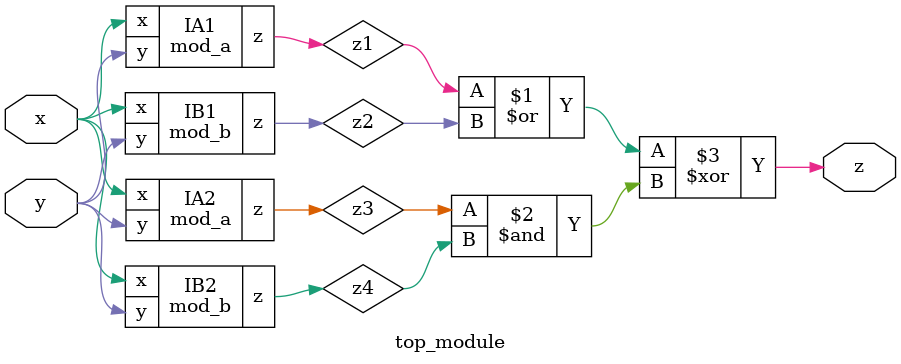
<source format=v>
module mod_a (input x, input y, output z); 
  assign z = (x ^ y) & x;
endmodule

module mod_b (input x, input y, output z);
  assign z = ~(x ^ y);
endmodule

module top_module (input x, input y, output z);

  wire z1, z2, z3, z4;
  mod_a IA1 (x, y, z1);
  mod_b IB1 (x, y, z2);
  mod_a IA2 (x, y, z3);
  mod_b IB2 (x, y, z4);
  assign z = (z1 | z2) ^ (z3 & z4);

endmodule

</source>
